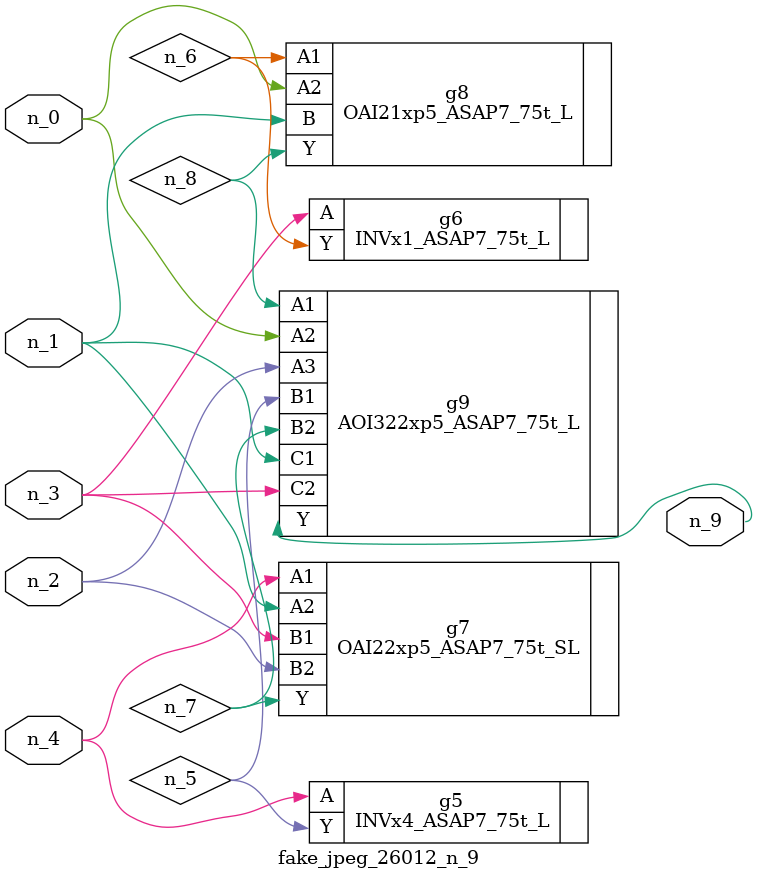
<source format=v>
module fake_jpeg_26012_n_9 (n_3, n_2, n_1, n_0, n_4, n_9);

input n_3;
input n_2;
input n_1;
input n_0;
input n_4;

output n_9;

wire n_8;
wire n_6;
wire n_5;
wire n_7;

INVx4_ASAP7_75t_L g5 ( 
.A(n_4),
.Y(n_5)
);

INVx1_ASAP7_75t_L g6 ( 
.A(n_3),
.Y(n_6)
);

OAI22xp5_ASAP7_75t_SL g7 ( 
.A1(n_4),
.A2(n_1),
.B1(n_3),
.B2(n_2),
.Y(n_7)
);

OAI21xp5_ASAP7_75t_L g8 ( 
.A1(n_6),
.A2(n_0),
.B(n_1),
.Y(n_8)
);

AOI322xp5_ASAP7_75t_L g9 ( 
.A1(n_8),
.A2(n_0),
.A3(n_2),
.B1(n_5),
.B2(n_7),
.C1(n_1),
.C2(n_3),
.Y(n_9)
);


endmodule
</source>
